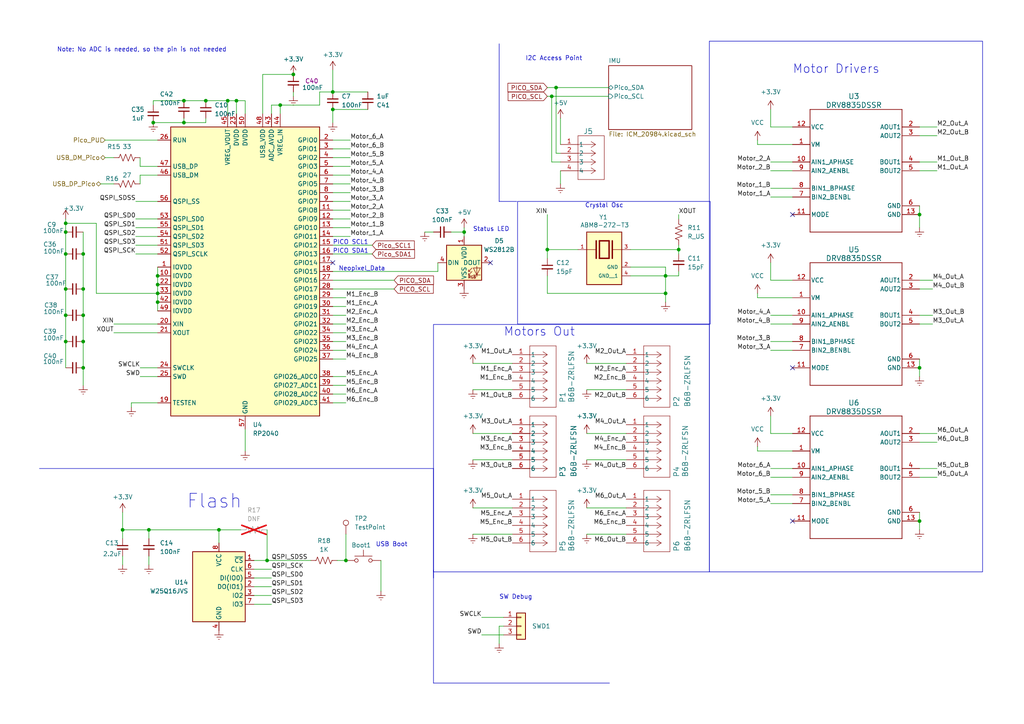
<source format=kicad_sch>
(kicad_sch (version 20231120) (generator "eeschema") (generator_version "8.0")
  (paper "A4")
  (lib_symbols
    (symbol "ABMG8_12:ABM8G-12.000MHZ-4Y-T3" (pin_names (offset 1.016))
      (property "Reference" "Y" (at -5.0878 6.3559 0))
      (property "Value" "ABM8G-12.000MHZ-4Y-T3" (at -5.0944 -12.7 0))
      (symbol "ABM8G-12.000MHZ-4Y-T3_0_0"
        (pin passive line (at -7.62 0 0) (length 2.54) (name "~") (number "1"))
        (pin power_in line (at 7.62 -5.08 180) (length 2.54) (name "GND") (number "2"))
        (pin passive line (at 7.62 0 180) (length 2.54) (name "~") (number "3"))
        (pin power_in line (at 7.62 -7.62 180) (length 2.54) (name "GND__1") (number "4"))
      )
    )
    (symbol "Connector:TestPoint" (pin_numbers hide) (pin_names (offset 0.762) hide)
      (property "Reference" "TP" (at 0 6.858 0))
      (property "Value" "TestPoint" (at 0 5.08 0))
      (symbol "TestPoint_1_1"
        (pin passive line (at 0 0 90) (length 2.54) (name "1") (number "1"))
      )
    )
    (symbol "Connector_Generic:Conn_01x03" (pin_names (offset 1.016) hide)
      (property "Reference" "J" (at 0 5.08 0))
      (property "Value" "Conn_01x03" (at 0 -5.08 0))
      (symbol "Conn_01x03_1_1"
        (pin passive line (at -5.08 2.54 0) (length 3.81) (name "Pin_1") (number "1"))
        (pin passive line (at -5.08 0 0) (length 3.81) (name "Pin_2") (number "2"))
        (pin passive line (at -5.08 -2.54 0) (length 3.81) (name "Pin_3") (number "3"))
      )
    )
    (symbol "DRV8835:DRV8835DSSR" (pin_names (offset 0.254))
      (property "Reference" "U6" (at -1.27 21.59 0))
      (property "Value" "DRV8835DSSR" (at -1.27 19.05 0))
      (symbol "DRV8835DSSR_0_1"
        (pin power_in line (at -19.05 7.62 0) (length 5.08) (name "VM") (number "1"))
        (pin input line (at -19.05 2.54 0) (length 5.08) (name "AIN1_APHASE") (number "10"))
        (pin input line (at -19.05 -12.7 0) (length 5.08) (name "MODE") (number "11"))
        (pin power_in line (at -19.05 12.7 0) (length 5.08) (name "VCC") (number "12"))
        (pin power_in line (at 17.78 -12.7 180) (length 5.08) (name "GND") (number "13"))
        (pin output line (at 17.78 12.7 180) (length 5.08) (name "AOUT1") (number "2"))
        (pin output line (at 17.78 10.16 180) (length 5.08) (name "AOUT2") (number "3"))
        (pin output line (at 17.78 2.54 180) (length 5.08) (name "BOUT1") (number "4"))
        (pin output line (at 17.78 0 180) (length 5.08) (name "BOUT2") (number "5"))
        (pin power_in line (at 17.78 -10.16 180) (length 5.08) (name "GND") (number "6"))
        (pin input line (at -19.05 -7.62 0) (length 5.08) (name "BIN2_BENBL") (number "7"))
        (pin input line (at -19.05 -5.08 0) (length 5.08) (name "BIN1_BPHASE") (number "8"))
        (pin input line (at -19.05 0 0) (length 5.08) (name "AIN2_AENBL") (number "9"))
      )
    )
    (symbol "Device:C_Small" (pin_numbers hide) (pin_names (offset 0.254) hide)
      (property "Reference" "C" (at 0.254 1.778 0))
      (property "Value" "C_Small" (at 0.254 -2.032 0))
      (symbol "C_Small_1_1"
        (pin passive line (at 0 2.54 270) (length 2.032) (name "~") (number "1"))
        (pin passive line (at 0 -2.54 90) (length 2.032) (name "~") (number "2"))
      )
    )
    (symbol "Device:R_US" (pin_numbers hide) (pin_names (offset 0))
      (property "Reference" "R" (at 2.54 0 90))
      (property "Value" "R_US" (at -2.54 0 90))
      (symbol "R_US_1_1"
        (pin passive line (at 0 3.81 270) (length 1.27) (name "~") (number "1"))
        (pin passive line (at 0 -3.81 90) (length 1.27) (name "~") (number "2"))
      )
    )
    (symbol "JST-ZH-4Pin:B4B-ZRLFSN" (pin_names (offset 0.254))
      (property "Reference" "J" (at 8.89 6.35 0))
      (property "Value" "B4B-ZRLFSN" (at 0 0 0))
      (symbol "B4B-ZRLFSN_1_1"
        (pin unspecified line (at 0 0 0) (length 5.08) (name "1") (number "1"))
        (pin unspecified line (at 0 -2.54 0) (length 5.08) (name "2") (number "2"))
        (pin unspecified line (at 0 -5.08 0) (length 5.08) (name "3") (number "3"))
        (pin unspecified line (at 0 -7.62 0) (length 5.08) (name "4") (number "4"))
      )
      (symbol "B4B-ZRLFSN_1_2"
        (pin unspecified line (at 0 0 0) (length 5.08) (name "1") (number "1"))
        (pin unspecified line (at 0 -2.54 0) (length 5.08) (name "2") (number "2"))
        (pin unspecified line (at 0 -5.08 0) (length 5.08) (name "3") (number "3"))
        (pin unspecified line (at 0 -7.62 0) (length 5.08) (name "4") (number "4"))
      )
    )
    (symbol "JST-ZH:S6B-ZRLFSN" (pin_names (offset 0.254))
      (property "Reference" "P" (at 8.89 6.35 0))
      (property "Value" "S6B-ZRLFSN" (at 0 0 0))
      (symbol "S6B-ZRLFSN_1_1"
        (pin unspecified line (at 0 0 0) (length 5.08) (name "1") (number "1"))
        (pin unspecified line (at 0 -2.54 0) (length 5.08) (name "2") (number "2"))
        (pin unspecified line (at 0 -5.08 0) (length 5.08) (name "3") (number "3"))
        (pin unspecified line (at 0 -7.62 0) (length 5.08) (name "4") (number "4"))
        (pin unspecified line (at 0 -10.16 0) (length 5.08) (name "5") (number "5"))
        (pin unspecified line (at 0 -12.7 0) (length 5.08) (name "6") (number "6"))
      )
      (symbol "S6B-ZRLFSN_1_2"
        (pin unspecified line (at 0 0 0) (length 5.08) (name "1") (number "1"))
        (pin unspecified line (at 0 -2.54 0) (length 5.08) (name "2") (number "2"))
        (pin unspecified line (at 0 -5.08 0) (length 5.08) (name "3") (number "3"))
        (pin unspecified line (at 0 -7.62 0) (length 5.08) (name "4") (number "4"))
        (pin unspecified line (at 0 -10.16 0) (length 5.08) (name "5") (number "5"))
        (pin unspecified line (at 0 -12.7 0) (length 5.08) (name "6") (number "6"))
      )
    )
    (symbol "LED:WS2812B" (pin_names (offset 0.254))
      (property "Reference" "D" (at 5.08 5.715 0))
      (property "Value" "WS2812B" (at 1.27 -5.715 0))
      (symbol "WS2812B_0_0"
        (text "RGB" (at 2.286 -4.191 0) (effects (font (size 0.762 0.762))))
      )
      (symbol "WS2812B_1_1"
        (pin power_in line (at 0 7.62 270) (length 2.54) (name "VDD") (number "1"))
        (pin output line (at 7.62 0 180) (length 2.54) (name "DOUT") (number "2"))
        (pin power_in line (at 0 -7.62 90) (length 2.54) (name "VSS") (number "3"))
        (pin input line (at -7.62 0 0) (length 2.54) (name "DIN") (number "4"))
      )
    )
    (symbol "MCU_RaspberryPi:RP2040"
      (property "Reference" "U4" (at 2.1941 -44.45 0))
      (property "Value" "RP2040" (at 2.1941 -46.99 0))
      (symbol "RP2040_1_1"
        (pin power_in line (at -25.4 1.27 0) (length 3.81) (name "IOVDD") (number "1"))
        (pin passive line (at -25.4 -1.27 0) (length 3.81) (name "IOVDD") (number "10"))
        (pin bidirectional line (at 25.4 17.78 180) (length 3.81) (name "GPIO8") (number "11"))
        (pin bidirectional line (at 25.4 15.24 180) (length 3.81) (name "GPIO9") (number "12"))
        (pin bidirectional line (at 25.4 12.7 180) (length 3.81) (name "GPIO10") (number "13"))
        (pin bidirectional line (at 25.4 10.16 180) (length 3.81) (name "GPIO11") (number "14"))
        (pin bidirectional line (at 25.4 7.62 180) (length 3.81) (name "GPIO12") (number "15"))
        (pin bidirectional line (at 25.4 5.08 180) (length 3.81) (name "GPIO13") (number "16"))
        (pin bidirectional line (at 25.4 2.54 180) (length 3.81) (name "GPIO14") (number "17"))
        (pin bidirectional line (at 25.4 0 180) (length 3.81) (name "GPIO15") (number "18"))
        (pin input line (at -25.4 -38.1 0) (length 3.81) (name "TESTEN") (number "19"))
        (pin bidirectional line (at 25.4 38.1 180) (length 3.81) (name "GPIO0") (number "2"))
        (pin input line (at -25.4 -15.24 0) (length 3.81) (name "XIN") (number "20"))
        (pin passive line (at -25.4 -17.78 0) (length 3.81) (name "XOUT") (number "21"))
        (pin passive line (at -25.4 -3.81 0) (length 3.81) (name "IOVDD") (number "22"))
        (pin power_in line (at -2.54 45.72 270) (length 3.81) (name "DVDD") (number "23"))
        (pin input line (at -25.4 -27.94 0) (length 3.81) (name "SWCLK") (number "24"))
        (pin bidirectional line (at -25.4 -30.48 0) (length 3.81) (name "SWD") (number "25"))
        (pin input line (at -25.4 38.1 0) (length 3.81) (name "RUN") (number "26"))
        (pin bidirectional line (at 25.4 -2.54 180) (length 3.81) (name "GPIO16") (number "27"))
        (pin bidirectional line (at 25.4 -5.08 180) (length 3.81) (name "GPIO17") (number "28"))
        (pin bidirectional line (at 25.4 -7.62 180) (length 3.81) (name "GPIO18") (number "29"))
        (pin bidirectional line (at 25.4 35.56 180) (length 3.81) (name "GPIO1") (number "3"))
        (pin bidirectional line (at 25.4 -10.16 180) (length 3.81) (name "GPIO19") (number "30"))
        (pin bidirectional line (at 25.4 -12.7 180) (length 3.81) (name "GPIO20") (number "31"))
        (pin bidirectional line (at 25.4 -15.24 180) (length 3.81) (name "GPIO21") (number "32"))
        (pin passive line (at -25.4 -6.35 0) (length 3.81) (name "IOVDD") (number "33"))
        (pin bidirectional line (at 25.4 -17.78 180) (length 3.81) (name "GPIO22") (number "34"))
        (pin bidirectional line (at 25.4 -20.32 180) (length 3.81) (name "GPIO23") (number "35"))
        (pin bidirectional line (at 25.4 -22.86 180) (length 3.81) (name "GPIO24") (number "36"))
        (pin bidirectional line (at 25.4 -25.4 180) (length 3.81) (name "GPIO25") (number "37"))
        (pin bidirectional line (at 25.4 -30.48 180) (length 3.81) (name "GPIO26_ADC0") (number "38"))
        (pin bidirectional line (at 25.4 -33.02 180) (length 3.81) (name "GPIO27_ADC1") (number "39"))
        (pin bidirectional line (at 25.4 33.02 180) (length 3.81) (name "GPIO2") (number "4"))
        (pin bidirectional line (at 25.4 -35.56 180) (length 3.81) (name "GPIO28_ADC2") (number "40"))
        (pin bidirectional line (at 25.4 -38.1 180) (length 3.81) (name "GPIO29_ADC3") (number "41"))
        (pin passive line (at -25.4 -8.89 0) (length 3.81) (name "IOVDD") (number "42"))
        (pin power_in line (at 7.62 45.72 270) (length 3.81) (name "ADC_AVDD") (number "43"))
        (pin power_in line (at 10.16 45.72 270) (length 3.81) (name "VREG_IN") (number "44"))
        (pin power_out line (at -5.08 45.72 270) (length 3.81) (name "VREG_VOUT") (number "45"))
        (pin bidirectional line (at -25.4 27.94 0) (length 3.81) (name "USB_DM") (number "46"))
        (pin bidirectional line (at -25.4 30.48 0) (length 3.81) (name "USB_DP") (number "47"))
        (pin power_in line (at 5.08 45.72 270) (length 3.81) (name "USB_VDD") (number "48"))
        (pin passive line (at -25.4 -11.43 0) (length 3.81) (name "IOVDD") (number "49"))
        (pin bidirectional line (at 25.4 30.48 180) (length 3.81) (name "GPIO3") (number "5"))
        (pin passive line (at 0 45.72 270) (length 3.81) (name "DVDD") (number "50"))
        (pin bidirectional line (at -25.4 7.62 0) (length 3.81) (name "QSPI_SD3") (number "51"))
        (pin output line (at -25.4 5.08 0) (length 3.81) (name "QSPI_SCLK") (number "52"))
        (pin bidirectional line (at -25.4 15.24 0) (length 3.81) (name "QSPI_SD0") (number "53"))
        (pin bidirectional line (at -25.4 10.16 0) (length 3.81) (name "QSPI_SD2") (number "54"))
        (pin bidirectional line (at -25.4 12.7 0) (length 3.81) (name "QSPI_SD1") (number "55"))
        (pin bidirectional line (at -25.4 20.32 0) (length 3.81) (name "QSPI_SS") (number "56"))
        (pin power_in line (at 0 -45.72 90) (length 3.81) (name "GND") (number "57"))
        (pin bidirectional line (at 25.4 27.94 180) (length 3.81) (name "GPIO4") (number "6"))
        (pin bidirectional line (at 25.4 25.4 180) (length 3.81) (name "GPIO5") (number "7"))
        (pin bidirectional line (at 25.4 22.86 180) (length 3.81) (name "GPIO6") (number "8"))
        (pin bidirectional line (at 25.4 20.32 180) (length 3.81) (name "GPIO7") (number "9"))
      )
    )
    (symbol "Memory_Flash:W25Q128JVS"
      (property "Reference" "U" (at -8.89 8.89 0))
      (property "Value" "W25Q128JVS" (at 7.62 8.89 0))
      (symbol "W25Q128JVS_1_1"
        (pin input line (at -10.16 7.62 0) (length 2.54) (name "~{CS}") (number "1"))
        (pin bidirectional line (at -10.16 0 0) (length 2.54) (name "DO(IO1)") (number "2"))
        (pin bidirectional line (at -10.16 -2.54 0) (length 2.54) (name "IO2") (number "3"))
        (pin power_in line (at 0 -12.7 90) (length 2.54) (name "GND") (number "4"))
        (pin bidirectional line (at -10.16 2.54 0) (length 2.54) (name "DI(IO0)") (number "5"))
        (pin input line (at -10.16 5.08 0) (length 2.54) (name "CLK") (number "6"))
        (pin bidirectional line (at -10.16 -5.08 0) (length 2.54) (name "IO3") (number "7"))
        (pin power_in line (at 0 12.7 270) (length 2.54) (name "VCC") (number "8"))
      )
    )
    (symbol "Switch:SW_Push" (pin_numbers hide) (pin_names (offset 1.016) hide)
      (property "Reference" "SW" (at 1.27 2.54 0))
      (property "Value" "SW_Push" (at 0 -1.524 0))
      (symbol "SW_Push_0_1"
        (pin passive line (at -5.08 0 0) (length 2.54) (name "1") (number "1"))
        (pin passive line (at 5.08 0 180) (length 2.54) (name "2") (number "2"))
      )
    )
    (symbol "power:+3.3V" (power) (pin_names (offset 0))
      (property "Value" "+3.3V" (at 0 3.556 0))
      (symbol "+3.3V_1_1"
        (pin power_in line (at 0 0 90) (length 0) hide (name "+3.3V") (number "1"))
      )
    )
    (symbol "power:+5V" (power) (pin_names (offset 0))
      (property "Value" "+5V" (at 0 3.556 0))
      (symbol "+5V_1_1"
        (pin power_in line (at 0 0 90) (length 0) hide (name "+5V") (number "1"))
      )
    )
    (symbol "power:Earth" (power) (pin_names (offset 0))
      (symbol "Earth_1_1"
        (pin power_in line (at 0 0 270) (length 0) hide (name "Earth") (number "1"))
      )
    )
    (symbol "power:VCC" (power) (pin_names (offset 0))
      (property "Value" "VCC" (at 0 3.81 0))
      (symbol "VCC_1_1"
        (pin power_in line (at 0 0 90) (length 0) hide (name "VCC") (number "1"))
      )
    )
  )
  (junction (at 63.5 153.67))
  (junction (at 19.05 64.77))
  (junction (at 266.7 106.68))
  (junction (at 161.29 25.4))
  (junction (at 59.69 29.21))
  (junction (at 24.13 73.66))
  (junction (at 45.72 87.63))
  (junction (at 19.05 99.06))
  (junction (at 266.7 151.13))
  (junction (at 44.45 35.56))
  (junction (at 158.75 72.39))
  (junction (at 24.13 91.44))
  (junction (at 19.05 67.31))
  (junction (at 24.13 83.82))
  (junction (at 53.34 35.56))
  (junction (at 45.72 82.55))
  (junction (at 196.85 72.39))
  (junction (at 24.13 99.06))
  (junction (at 35.56 153.67))
  (junction (at 193.04 80.01))
  (junction (at 68.58 29.21))
  (junction (at 19.05 91.44))
  (junction (at 53.34 29.21))
  (junction (at 66.04 29.21))
  (junction (at 160.02 27.94))
  (junction (at 96.52 31.75))
  (junction (at 134.62 67.31))
  (junction (at 77.47 162.56))
  (junction (at 193.04 85.09))
  (junction (at 24.13 106.68))
  (junction (at 266.7 62.23))
  (junction (at 43.18 153.67))
  (junction (at 45.72 80.01))
  (junction (at 19.05 73.66))
  (junction (at 45.72 85.09))
  (junction (at 100.33 162.56))
  (junction (at 81.28 30.48))
  (junction (at 85.09 21.59))
  (junction (at 19.05 83.82))
  (junction (at 96.52 26.67))
  (no_connect (at 96.52 76.2))
  (no_connect (at 229.87 62.23))
  (no_connect (at 142.24 76.2))
  (no_connect (at 229.87 151.13))
  (no_connect (at 229.87 106.68))
  (wire (pts (xy 139.7 184.15) (xy 146.05 184.15)))
  (wire (pts (xy 24.13 67.31) (xy 24.13 73.66)))
  (wire (pts (xy 219.71 85.09) (xy 219.71 86.36)))
  (wire (pts (xy 219.71 41.91) (xy 229.87 41.91)))
  (wire (pts (xy 24.13 73.66) (xy 24.13 83.82)))
  (wire (pts (xy 40.64 45.72) (xy 40.64 48.26)))
  (wire (pts (xy 100.33 88.9) (xy 96.52 88.9)))
  (wire (pts (xy 170.18 113.03) (xy 181.61 113.03)))
  (wire (pts (xy 68.58 29.21) (xy 71.12 29.21)))
  (wire (pts (xy 100.33 91.44) (xy 96.52 91.44)))
  (wire (pts (xy 223.52 36.83) (xy 229.87 36.83)))
  (wire (pts (xy 59.69 34.29) (xy 59.69 35.56)))
  (wire (pts (xy 97.79 162.56) (xy 100.33 162.56)))
  (wire (pts (xy 158.75 27.94) (xy 160.02 27.94)))
  (polyline (pts (xy 144.78 58.42) (xy 144.78 58.42)))
  (wire (pts (xy 45.72 85.09) (xy 45.72 87.63)))
  (wire (pts (xy 71.12 29.21) (xy 71.12 33.02)))
  (wire (pts (xy 40.64 53.34) (xy 40.64 50.8)))
  (wire (pts (xy 219.71 129.54) (xy 219.71 130.81)))
  (wire (pts (xy 223.52 143.51) (xy 229.87 143.51)))
  (wire (pts (xy 123.19 67.31) (xy 125.73 67.31)))
  (wire (pts (xy 100.33 154.94) (xy 100.33 162.56)))
  (wire (pts (xy 96.52 63.5) (xy 101.6 63.5)))
  (wire (pts (xy 193.04 80.01) (xy 193.04 85.09)))
  (wire (pts (xy 219.71 86.36) (xy 229.87 86.36)))
  (wire (pts (xy 100.33 101.6) (xy 96.52 101.6)))
  (wire (pts (xy 66.04 29.21) (xy 66.04 33.02)))
  (wire (pts (xy 223.52 81.28) (xy 229.87 81.28)))
  (wire (pts (xy 137.16 133.35) (xy 148.59 133.35)))
  (wire (pts (xy 68.58 29.21) (xy 68.58 33.02)))
  (wire (pts (xy 30.48 40.64) (xy 45.72 40.64)))
  (wire (pts (xy 182.88 77.47) (xy 193.04 77.47)))
  (wire (pts (xy 96.52 31.75) (xy 96.52 35.56)))
  (wire (pts (xy 134.62 66.04) (xy 134.62 67.31)))
  (wire (pts (xy 78.74 170.18) (xy 73.66 170.18)))
  (wire (pts (xy 100.33 116.84) (xy 96.52 116.84)))
  (wire (pts (xy 45.72 87.63) (xy 45.72 90.17)))
  (wire (pts (xy 219.71 40.64) (xy 219.71 41.91)))
  (polyline (pts (xy 125.73 198.12) (xy 176.784 198.12)))
  (wire (pts (xy 96.52 71.12) (xy 107.95 71.12)))
  (wire (pts (xy 266.7 106.68) (xy 266.7 109.22)))
  (wire (pts (xy 100.33 96.52) (xy 96.52 96.52)))
  (wire (pts (xy 35.56 153.67) (xy 43.18 153.67)))
  (wire (pts (xy 160.02 27.94) (xy 160.02 46.99)))
  (wire (pts (xy 33.02 53.34) (xy 29.21 53.34)))
  (wire (pts (xy 266.7 148.59) (xy 266.7 151.13)))
  (wire (pts (xy 170.18 147.32) (xy 181.61 147.32)))
  (wire (pts (xy 81.28 30.48) (xy 92.71 30.48)))
  (wire (pts (xy 96.52 58.42) (xy 101.6 58.42)))
  (wire (pts (xy 39.37 71.12) (xy 45.72 71.12)))
  (wire (pts (xy 19.05 73.66) (xy 19.05 83.82)))
  (wire (pts (xy 40.64 106.68) (xy 45.72 106.68)))
  (wire (pts (xy 96.52 68.58) (xy 101.6 68.58)))
  (wire (pts (xy 96.52 66.04) (xy 101.6 66.04)))
  (wire (pts (xy 223.52 93.98) (xy 229.87 93.98)))
  (wire (pts (xy 219.71 130.81) (xy 229.87 130.81)))
  (wire (pts (xy 96.52 40.64) (xy 101.6 40.64)))
  (wire (pts (xy 33.02 96.52) (xy 45.72 96.52)))
  (wire (pts (xy 266.7 104.14) (xy 266.7 106.68)))
  (wire (pts (xy 271.78 46.99) (xy 266.7 46.99)))
  (wire (pts (xy 39.37 58.42) (xy 45.72 58.42)))
  (wire (pts (xy 158.75 85.09) (xy 193.04 85.09)))
  (wire (pts (xy 223.52 54.61) (xy 229.87 54.61)))
  (wire (pts (xy 24.13 83.82) (xy 24.13 91.44)))
  (polyline (pts (xy 149.86 58.42) (xy 144.78 58.42)))
  (wire (pts (xy 139.7 179.07) (xy 146.05 179.07)))
  (polyline (pts (xy 11.43 135.89) (xy 125.73 135.89)))
  (polyline (pts (xy 125.73 135.89) (xy 125.73 167.64)))
  (wire (pts (xy 40.64 50.8) (xy 45.72 50.8)))
  (wire (pts (xy 44.45 35.56) (xy 53.34 35.56)))
  (wire (pts (xy 223.52 31.75) (xy 223.52 36.83)))
  (wire (pts (xy 24.13 99.06) (xy 24.13 106.68)))
  (wire (pts (xy 196.85 80.01) (xy 193.04 80.01)))
  (wire (pts (xy 266.7 151.13) (xy 266.7 153.67)))
  (wire (pts (xy 196.85 71.12) (xy 196.85 72.39)))
  (wire (pts (xy 71.12 124.46) (xy 71.12 130.81)))
  (wire (pts (xy 77.47 162.56) (xy 90.17 162.56)))
  (wire (pts (xy 223.52 125.73) (xy 229.87 125.73)))
  (wire (pts (xy 40.64 109.22) (xy 45.72 109.22)))
  (wire (pts (xy 39.37 66.04) (xy 45.72 66.04)))
  (wire (pts (xy 77.47 153.67) (xy 77.47 162.56)))
  (wire (pts (xy 158.75 25.4) (xy 161.29 25.4)))
  (wire (pts (xy 223.52 101.6) (xy 229.87 101.6)))
  (wire (pts (xy 39.37 63.5) (xy 45.72 63.5)))
  (wire (pts (xy 81.28 33.02) (xy 81.28 30.48)))
  (wire (pts (xy 271.78 49.53) (xy 266.7 49.53)))
  (wire (pts (xy 160.02 27.94) (xy 176.53 27.94)))
  (wire (pts (xy 266.7 128.27) (xy 271.78 128.27)))
  (wire (pts (xy 137.16 113.03) (xy 148.59 113.03)))
  (wire (pts (xy 53.34 34.29) (xy 53.34 35.56)))
  (wire (pts (xy 271.78 36.83) (xy 266.7 36.83)))
  (wire (pts (xy 170.18 133.35) (xy 181.61 133.35)))
  (wire (pts (xy 45.72 82.55) (xy 45.72 80.01)))
  (wire (pts (xy 19.05 64.77) (xy 27.94 64.77)))
  (wire (pts (xy 266.7 138.43) (xy 271.78 138.43)))
  (wire (pts (xy 223.52 138.43) (xy 229.87 138.43)))
  (wire (pts (xy 45.72 80.01) (xy 45.72 77.47)))
  (wire (pts (xy 73.66 167.64) (xy 78.74 167.64)))
  (wire (pts (xy 19.05 67.31) (xy 19.05 73.66)))
  (wire (pts (xy 63.5 153.67) (xy 69.85 153.67)))
  (wire (pts (xy 96.52 73.66) (xy 107.95 73.66)))
  (wire (pts (xy 19.05 83.82) (xy 19.05 91.44)))
  (wire (pts (xy 144.78 181.61) (xy 144.78 186.69)))
  (wire (pts (xy 53.34 35.56) (xy 59.69 35.56)))
  (wire (pts (xy 158.75 72.39) (xy 167.64 72.39)))
  (wire (pts (xy 266.7 135.89) (xy 271.78 135.89)))
  (wire (pts (xy 24.13 106.68) (xy 24.13 111.76)))
  (wire (pts (xy 78.74 33.02) (xy 78.74 30.48)))
  (wire (pts (xy 160.02 46.99) (xy 162.56 46.99)))
  (wire (pts (xy 162.56 34.29) (xy 162.56 41.91)))
  (wire (pts (xy 196.85 78.74) (xy 196.85 80.01)))
  (wire (pts (xy 223.52 46.99) (xy 229.87 46.99)))
  (wire (pts (xy 96.52 53.34) (xy 101.6 53.34)))
  (wire (pts (xy 38.1 116.84) (xy 38.1 118.11)))
  (wire (pts (xy 170.18 154.94) (xy 181.61 154.94)))
  (wire (pts (xy 59.69 29.21) (xy 66.04 29.21)))
  (wire (pts (xy 96.52 45.72) (xy 101.6 45.72)))
  (wire (pts (xy 271.78 39.37) (xy 266.7 39.37)))
  (wire (pts (xy 44.45 29.21) (xy 53.34 29.21)))
  (wire (pts (xy 100.33 111.76) (xy 96.52 111.76)))
  (wire (pts (xy 223.52 57.15) (xy 229.87 57.15)))
  (wire (pts (xy 223.52 99.06) (xy 229.87 99.06)))
  (wire (pts (xy 270.51 93.98) (xy 266.7 93.98)))
  (wire (pts (xy 270.51 91.44) (xy 266.7 91.44)))
  (wire (pts (xy 170.18 105.41) (xy 181.61 105.41)))
  (wire (pts (xy 100.33 99.06) (xy 96.52 99.06)))
  (wire (pts (xy 170.18 125.73) (xy 181.61 125.73)))
  (wire (pts (xy 223.52 76.2) (xy 223.52 81.28)))
  (wire (pts (xy 96.52 26.67) (xy 106.68 26.67)))
  (wire (pts (xy 182.88 72.39) (xy 196.85 72.39)))
  (wire (pts (xy 223.52 120.65) (xy 223.52 125.73)))
  (wire (pts (xy 137.16 147.32) (xy 148.59 147.32)))
  (wire (pts (xy 43.18 163.83) (xy 43.18 161.29)))
  (wire (pts (xy 196.85 62.23) (xy 196.85 63.5)))
  (wire (pts (xy 35.56 161.29) (xy 35.56 163.83)))
  (wire (pts (xy 100.33 114.3) (xy 96.52 114.3)))
  (wire (pts (xy 45.72 82.55) (xy 45.72 85.09)))
  (wire (pts (xy 96.52 48.26) (xy 101.6 48.26)))
  (wire (pts (xy 53.34 29.21) (xy 59.69 29.21)))
  (wire (pts (xy 266.7 62.23) (xy 266.7 66.04)))
  (wire (pts (xy 96.52 20.32) (xy 96.52 26.67)))
  (wire (pts (xy 100.33 93.98) (xy 96.52 93.98)))
  (wire (pts (xy 96.52 55.88) (xy 101.6 55.88)))
  (wire (pts (xy 127 78.74) (xy 127 76.2)))
  (wire (pts (xy 110.49 162.56) (xy 110.49 171.45)))
  (wire (pts (xy 223.52 49.53) (xy 229.87 49.53)))
  (wire (pts (xy 63.5 153.67) (xy 63.5 157.48)))
  (wire (pts (xy 40.64 48.26) (xy 45.72 48.26)))
  (wire (pts (xy 33.02 93.98) (xy 45.72 93.98)))
  (wire (pts (xy 196.85 73.66) (xy 196.85 72.39)))
  (wire (pts (xy 114.3 81.28) (xy 96.52 81.28)))
  (wire (pts (xy 39.37 68.58) (xy 45.72 68.58)))
  (wire (pts (xy 134.62 67.31) (xy 134.62 68.58)))
  (wire (pts (xy 45.72 116.84) (xy 38.1 116.84)))
  (wire (pts (xy 92.71 30.48) (xy 92.71 26.67)))
  (wire (pts (xy 78.74 165.1) (xy 73.66 165.1)))
  (wire (pts (xy 96.52 78.74) (xy 127 78.74)))
  (wire (pts (xy 73.66 175.26) (xy 78.74 175.26)))
  (wire (pts (xy 101.6 43.18) (xy 96.52 43.18)))
  (wire (pts (xy 78.74 30.48) (xy 81.28 30.48)))
  (wire (pts (xy 30.48 45.72) (xy 33.02 45.72)))
  (wire (pts (xy 73.66 172.72) (xy 78.74 172.72)))
  (wire (pts (xy 137.16 105.41) (xy 148.59 105.41)))
  (wire (pts (xy 270.51 81.28) (xy 266.7 81.28)))
  (polyline (pts (xy 144.78 12.7) (xy 144.78 58.42)))
  (wire (pts (xy 161.29 25.4) (xy 161.29 44.45)))
  (wire (pts (xy 24.13 91.44) (xy 24.13 99.06)))
  (wire (pts (xy 43.18 153.67) (xy 43.18 156.21)))
  (wire (pts (xy 92.71 26.67) (xy 96.52 26.67)))
  (wire (pts (xy 76.2 21.59) (xy 76.2 33.02)))
  (wire (pts (xy 266.7 125.73) (xy 271.78 125.73)))
  (wire (pts (xy 19.05 64.77) (xy 19.05 67.31)))
  (wire (pts (xy 39.37 73.66) (xy 45.72 73.66)))
  (wire (pts (xy 85.09 21.59) (xy 76.2 21.59)))
  (wire (pts (xy 27.94 85.09) (xy 45.72 85.09)))
  (wire (pts (xy 100.33 86.36) (xy 96.52 86.36)))
  (wire (pts (xy 27.94 64.77) (xy 27.94 85.09)))
  (wire (pts (xy 158.75 62.23) (xy 158.75 72.39)))
  (wire (pts (xy 19.05 99.06) (xy 19.05 106.68)))
  (wire (pts (xy 158.75 74.93) (xy 158.75 72.39)))
  (wire (pts (xy 158.75 80.01) (xy 158.75 85.09)))
  (wire (pts (xy 137.16 125.73) (xy 148.59 125.73)))
  (wire (pts (xy 19.05 63.5) (xy 19.05 64.77)))
  (wire (pts (xy 35.56 156.21) (xy 35.56 153.67)))
  (wire (pts (xy 270.51 83.82) (xy 266.7 83.82)))
  (wire (pts (xy 193.04 85.09) (xy 193.04 87.63)))
  (wire (pts (xy 266.7 59.69) (xy 266.7 62.23)))
  (wire (pts (xy 19.05 91.44) (xy 19.05 99.06)))
  (wire (pts (xy 223.52 91.44) (xy 229.87 91.44)))
  (wire (pts (xy 100.33 104.14) (xy 96.52 104.14)))
  (wire (pts (xy 96.52 60.96) (xy 101.6 60.96)))
  (wire (pts (xy 35.56 148.59) (xy 35.56 153.67)))
  (wire (pts (xy 161.29 25.4) (xy 176.53 25.4)))
  (wire (pts (xy 130.81 67.31) (xy 134.62 67.31)))
  (wire (pts (xy 44.45 29.21) (xy 44.45 30.48)))
  (polyline (pts (xy 125.73 198.12) (xy 125.73 165.354)))
  (wire (pts (xy 161.29 44.45) (xy 162.56 44.45)))
  (wire (pts (xy 114.3 83.82) (xy 96.52 83.82)))
  (wire (pts (xy 66.04 29.21) (xy 68.58 29.21)))
  (wire (pts (xy 223.52 135.89) (xy 229.87 135.89)))
  (wire (pts (xy 73.66 162.56) (xy 77.47 162.56)))
  (wire (pts (xy 100.33 109.22) (xy 96.52 109.22)))
  (wire (pts (xy 193.04 77.47) (xy 193.04 80.01)))
  (wire (pts (xy 162.56 53.34) (xy 162.56 49.53)))
  (wire (pts (xy 43.18 153.67) (xy 63.5 153.67)))
  (wire (pts (xy 223.52 146.05) (xy 229.87 146.05)))
  (wire (pts (xy 85.09 26.67) (xy 85.09 27.94)))
  (wire (pts (xy 182.88 80.01) (xy 193.04 80.01)))
  (wire (pts (xy 96.52 50.8) (xy 101.6 50.8)))
  (wire (pts (xy 137.16 154.94) (xy 148.59 154.94)))
  (wire (pts (xy 146.05 181.61) (xy 144.78 181.61)))
  (wire (pts (xy 106.68 31.75) (xy 96.52 31.75)))
  (rectangle (start 205.74 11.938) (end 284.988 165.862))
  (rectangle (start 125.73 94.107) (end 205.74 165.862))
  (rectangle (start 150.114 58.42) (end 205.994 93.98))
  (text "Motors Out" (at 146.05 97.79 0) (effects (font (size 2.5 2.5)) (justify left bottom)))
  (text "PICO SCL1" (at 96.52 71.12 0) (effects (font (size 1.27 1.27)) (justify left bottom)))
  (text "Status LED" (at 137.16 67.31 0) (effects (font (size 1.27 1.27)) (justify left bottom)))
  (text "Neopixel_Data" (at 111.76 78.74 0) (effects (font (size 1.27 1.27)) (justify right bottom)))
  (text "Flash" (at 54.102 147.828 0) (effects (font (size 4 4)) (justify left bottom)))
  (text "Motor Drivers" (at 229.87 21.59 0) (effects (font (size 2.5 2.5)) (justify left bottom)))
  (text "Note: No ADC is needed, so the pin is not needed" (at 16.51 15.24 0) (effects (font (size 1.27 1.27)) (justify left bottom)))
  (text "SW Debug" (at 144.78 173.99 0) (effects (font (size 1.27 1.27)) (justify left bottom)))
  (text "PICO SDA1\n" (at 96.52 73.66 0) (effects (font (size 1.27 1.27)) (justify left bottom)))
  (text "I2C Access Point" (at 152.4 17.78 0) (effects (font (size 1.27 1.27)) (justify left bottom)))
  (text "Crystal Osc" (at 175.26 59.69 0) (effects (font (size 1.27 1.27))))
  (text "USB Boot\n" (at 108.966 158.75 0) (effects (font (size 1.27 1.27)) (justify left bottom)))
  (label "M5_Out_B" (at 148.59 157.48 180))
  (label "M1_Enc_A" (at 100.33 88.9 0) (property "Netclass" "Encoder" (effects (hide yes))))
  (label "Motor_1_B" (at 101.6 66.04 0))
  (label "M5_Enc_B" (at 100.33 111.76 0))
  (label "M1_Out_B" (at 148.59 115.57 180))
  (label "M2_Out_B" (at 181.61 115.57 180))
  (label "Motor_3_B" (at 101.6 55.88 0))
  (label "M4_Out_A" (at 181.61 123.19 180))
  (label "Motor_5_B" (at 101.6 45.72 0))
  (label "M3_Out_B" (at 270.51 91.44 0))
  (label "QSPI_SD0" (at 39.37 63.5 180))
  (label "Motor_3_B" (at 223.52 99.06 180))
  (label "M6_Out_B" (at 181.61 157.48 180))
  (label "M5_Enc_B" (at 148.59 152.4 180))
  (label "M3_Out_B" (at 148.59 135.89 180))
  (label "Motor_4_B" (at 101.6 53.34 0))
  (label "M6_Enc_A" (at 181.61 149.86 180))
  (label "XOUT" (at 196.85 62.23 0))
  (label "QSPI_SD0" (at 78.74 167.64 0))
  (label "M2_Out_B" (at 271.78 39.37 0))
  (label "M4_Enc_B" (at 100.33 104.14 0))
  (label "SWCLK" (at 139.7 179.07 180))
  (label "M1_Enc_A" (at 148.59 107.95 180))
  (label "M1_Out_A" (at 271.78 49.53 0))
  (label "M6_Out_B" (at 271.78 128.27 0))
  (label "Motor_3_A" (at 101.6 58.42 0))
  (label "M3_Out_A" (at 148.59 123.19 180))
  (label "Motor_2_B" (at 101.6 63.5 0))
  (label "M5_Enc_A" (at 148.59 149.86 180))
  (label "M3_Enc_A" (at 148.59 128.27 180))
  (label "M6_Out_A" (at 181.61 144.78 180))
  (label "SWD" (at 40.64 109.22 180))
  (label "M3_Enc_B" (at 148.59 130.81 180))
  (label "Motor_5_A" (at 101.6 48.26 0))
  (label "M5_Out_B" (at 271.78 135.89 0))
  (label "QSPI_SDSS" (at 78.74 162.56 0))
  (label "M5_Out_A" (at 148.59 144.78 180))
  (label "M3_Out_A" (at 270.51 93.98 0))
  (label "Motor_6_A" (at 101.6 40.64 0))
  (label "Motor_2_A" (at 223.52 46.99 180))
  (label "M5_Out_A" (at 271.78 138.43 0))
  (label "QSPI_SD3" (at 78.74 175.26 0))
  (label "M6_Out_A" (at 271.78 125.73 0))
  (label "M5_Enc_A" (at 100.33 109.22 0))
  (label "M4_Out_A" (at 270.51 81.28 0))
  (label "M2_Enc_A" (at 100.33 91.44 0))
  (label "M1_Out_A" (at 148.59 102.87 180))
  (label "Motor_5_A" (at 223.52 146.05 180))
  (label "M2_Out_A" (at 181.61 102.87 180))
  (label "M4_Out_B" (at 270.51 83.82 0))
  (label "QSPI_SD3" (at 39.37 71.12 180))
  (label "M2_Enc_B" (at 181.61 110.49 180))
  (label "XOUT" (at 33.02 96.52 180))
  (label "M1_Enc_B" (at 100.33 86.36 0) (property "Netclass" "Encoder" (effects (hide yes))))
  (label "M1_Enc_B" (at 148.59 110.49 180))
  (label "XIN" (at 33.02 93.98 180))
  (label "Motor_6_A" (at 223.52 135.89 180))
  (label "M3_Enc_B" (at 100.33 99.06 0))
  (label "M3_Enc_A" (at 100.33 96.52 0))
  (label "M2_Out_A" (at 271.78 36.83 0))
  (label "M2_Enc_A" (at 181.61 107.95 180))
  (label "XIN" (at 158.75 62.23 180))
  (label "Motor_6_B" (at 223.52 138.43 180))
  (label "QSPI_SDSS" (at 39.37 58.42 180))
  (label "QSPI_SCK" (at 39.37 73.66 180))
  (label "M6_Enc_B" (at 100.33 116.84 0))
  (label "QSPI_SD1" (at 78.74 170.18 0))
  (label "Motor_3_A" (at 223.52 101.6 180))
  (label "M4_Enc_A" (at 181.61 128.27 180))
  (label "M6_Enc_B" (at 181.61 152.4 180))
  (label "QSPI_SD2" (at 78.74 172.72 0))
  (label "Motor_6_B" (at 101.6 43.18 0))
  (label "Motor_5_B" (at 223.52 143.51 180))
  (label "SWD" (at 139.7 184.15 180))
  (label "M4_Enc_A" (at 100.33 101.6 0))
  (label "Motor_4_A" (at 223.52 91.44 180))
  (label "Motor_1_A" (at 101.6 68.58 0))
  (label "M4_Enc_B" (at 181.61 130.81 180))
  (label "QSPI_SCK" (at 78.74 165.1 0))
  (label "Motor_2_A" (at 101.6 60.96 0))
  (label "QSPI_SD2" (at 39.37 68.58 180))
  (label "Motor_4_A" (at 101.6 50.8 0))
  (label "M6_Enc_A" (at 100.33 114.3 0))
  (label "M4_Out_B" (at 181.61 135.89 180))
  (label "QSPI_SD1" (at 39.37 66.04 180))
  (label "Motor_2_B" (at 223.52 49.53 180))
  (label "Motor_4_B" (at 223.52 93.98 180))
  (label "Motor_1_A" (at 223.52 57.15 180))
  (label "M2_Enc_B" (at 100.33 93.98 0))
  (label "SWCLK" (at 40.64 106.68 180))
  (label "Motor_1_B" (at 223.52 54.61 180))
  (label "M1_Out_B" (at 271.78 46.99 0))
  (global_label "Pico_SCL1" (shape input) (at 107.95 71.12 0) (property "Intersheetrefs" "${INTERSHEET_REFS}" (effects (hide yes))))
  (global_label "PICO_SDA" (shape input) (at 158.75 25.4 180) (property "Intersheetrefs" "${INTERSHEET_REFS}" (effects (hide yes))))
  (global_label "PICO_SDA" (shape input) (at 114.3 81.28 0) (property "Intersheetrefs" "${INTERSHEET_REFS}" (effects (hide yes))))
  (global_label "Pico_SDA1" (shape input) (at 107.95 73.66 0) (property "Intersheetrefs" "${INTERSHEET_REFS}" (effects (hide yes))))
  (global_label "PICO_SCL" (shape input) (at 158.75 27.94 180) (property "Intersheetrefs" "${INTERSHEET_REFS}" (effects (hide yes))))
  (global_label "PICO_SCL" (shape input) (at 114.3 83.82 0) (property "Intersheetrefs" "${INTERSHEET_REFS}" (effects (hide yes))))
  (hierarchical_label "Pico_PU" (shape input) (at 30.48 40.64 180))
  (hierarchical_label "USB_DM_Pico" (shape bidirectional) (at 30.48 45.72 180))
  (hierarchical_label "USB_DP_Pico" (shape bidirectional) (at 29.21 53.34 180))
  (symbol (lib_id "JST-ZH:S6B-ZRLFSN") (at 148.59 144.78 0) (unit 1)
    (property "Reference" "P5" (at 163.195 160.02 90) (effects (font (size 1.524 1.524)) (justify left)))
    (property "Value" "B6B-ZRLFSN" (at 165.735 160.02 90) (effects (font (size 1.524 1.524)) (justify left)))
    (property "Footprint" "JST-ZR:CONN_B6B-ZR_JST" (effects (hide yes)))
    (property "Datasheet" "S6B-ZRLFSN" (effects (hide yes)))
  )
  (symbol (lib_id "power:Earth") (at 144.78 186.69 0) (unit 1)
    (property "Reference" "#PWR063" (effects (hide yes)))
    (property "Value" "Earth" (effects (hide yes)))
  )
  (symbol (lib_id "Device:R_US") (at 93.98 162.56 90) (unit 1)
    (property "Reference" "R18" (at 93.98 156.845 90))
    (property "Value" "1K" (at 93.98 159.385 90))
    (property "Footprint" "Resistor_SMD:R_0402_1005Metric" (effects (hide yes)))
    (property "LCSC Part #" "C11702" (effects (hide yes)))
  )
  (symbol (lib_id "Device:C_Small") (at 21.59 83.82 270) (unit 1)
    (property "Reference" "C37" (at 15.113 80.391 90))
    (property "Value" "100nF" (at 16.256 82.169 90))
    (property "Footprint" "Capacitor_SMD:C_0402_1005Metric" (effects (hide yes)))
    (property "LCSC Part #" "C1525" (effects (hide yes)))
  )
  (symbol (lib_id "Connector:TestPoint") (at 100.33 154.94 0) (unit 1)
    (property "Reference" "TP2" (at 102.87 150.3679 0) (effects (justify left)))
    (property "Value" "TestPoint" (at 102.87 152.9079 0) (effects (justify left)))
    (property "Footprint" "TestPoint:TestPoint_Pad_D1.5mm" (effects (hide yes)))
    (property "Description" "test point" (effects (hide yes)))
  )
  (symbol (lib_id "power:VCC") (at 219.71 40.64 0) (unit 1)
    (property "Reference" "#PWR032" (effects (hide yes)))
    (property "Value" "VCC" (at 219.71 35.56 0))
  )
  (symbol (lib_id "power:+3.3V") (at 137.16 105.41 0) (unit 1)
    (property "Reference" "#PWR039" (effects (hide yes)))
    (property "Value" "+3.3V" (at 137.16 100.33 0))
  )
  (symbol (lib_id "DRV8835:DRV8835DSSR") (at 248.92 138.43 0) (unit 1)
    (property "Reference" "U6" (at 247.65 116.84 0) (effects (font (size 1.524 1.524))))
    (property "Value" "DRV8835DSSR" (at 247.65 119.38 0) (effects (font (size 1.524 1.524))))
    (property "Footprint" "Package_SON:WSON-12-1EP_3x2mm_P0.5mm_EP1x2.65_ThermalVias" (effects (hide yes)))
    (property "Datasheet" "DRV8835DSSR" (effects (hide yes)))
    (property "LCSC Part #" "C129328" (effects (hide yes)))
    (property "JLCPCB Rotation Offset" "-90" (effects (hide yes)))
  )
  (symbol (lib_id "power:Earth") (at 162.56 53.34 0) (unit 1)
    (property "Reference" "#PWR0117" (effects (hide yes)))
    (property "Value" "Earth" (effects (hide yes)))
  )
  (symbol (lib_id "JST-ZH:S6B-ZRLFSN") (at 148.59 123.19 0) (unit 1)
    (property "Reference" "P3" (at 163.195 138.43 90) (effects (font (size 1.524 1.524)) (justify left)))
    (property "Value" "B6B-ZRLFSN" (at 166.37 138.43 90) (effects (font (size 1.524 1.524)) (justify left)))
    (property "Footprint" "JST-ZR:CONN_B6B-ZR_JST" (effects (hide yes)))
    (property "Datasheet" "S6B-ZRLFSN" (effects (hide yes)))
  )
  (symbol (lib_id "power:Earth") (at 71.12 130.81 0) (unit 1)
    (property "Reference" "#PWR050" (effects (hide yes)))
    (property "Value" "Earth" (effects (hide yes)))
  )
  (symbol (lib_id "JST-ZH:S6B-ZRLFSN") (at 181.61 102.87 0) (unit 1)
    (property "Reference" "P2" (at 196.215 118.11 90) (effects (font (size 1.524 1.524)) (justify left)))
    (property "Value" "B6B-ZRLFSN" (at 199.39 118.11 90) (effects (font (size 1.524 1.524)) (justify left)))
    (property "Footprint" "JST-ZR:CONN_B6B-ZR_JST" (effects (hide yes)))
    (property "Datasheet" "S6B-ZRLFSN" (effects (hide yes)))
  )
  (symbol (lib_id "MCU_RaspberryPi:RP2040") (at 71.12 78.74 0) (unit 1)
    (property "Reference" "U4" (at 73.3141 123.19 0) (effects (justify left)))
    (property "Value" "RP2040" (at 73.3141 125.73 0) (effects (justify left)))
    (property "Footprint" "Package_DFN_QFN:QFN-56-1EP_7x7mm_P0.4mm_EP3.2x3.2mm" (effects (hide yes)))
    (property "Datasheet" "https://datasheets.raspberrypi.com/rp2040/rp2040-datasheet.pdf" (effects (hide yes)))
    (property "LCSC Part #" "C2040" (effects (hide yes)))
  )
  (symbol (lib_id "Device:C_Small") (at 44.45 33.02 0) (mirror y) (unit 1)
    (property "Reference" "C35" (at 41.91 31.7563 0) (effects (justify left)))
    (property "Value" "1uF" (at 41.91 34.2963 0) (effects (justify left)))
    (property "Footprint" "Capacitor_SMD:C_0402_1005Metric" (effects (hide yes)))
    (property "LCSC Part #" "C52923" (effects (hide yes)))
  )
  (symbol (lib_id "power:VCC") (at 219.71 85.09 0) (unit 1)
    (property "Reference" "#PWR037" (effects (hide yes)))
    (property "Value" "VCC" (at 219.71 80.01 0))
  )
  (symbol (lib_id "power:Earth") (at 266.7 153.67 0) (unit 1)
    (property "Reference" "#PWR055" (effects (hide yes)))
    (property "Value" "Earth" (effects (hide yes)))
  )
  (symbol (lib_id "DRV8835:DRV8835DSSR") (at 248.92 49.53 0) (unit 1)
    (property "Reference" "U3" (at 247.65 27.94 0) (effects (font (size 1.524 1.524))))
    (property "Value" "DRV8835DSSR" (at 247.65 30.48 0) (effects (font (size 1.524 1.524))))
    (property "Footprint" "Package_SON:WSON-12-1EP_3x2mm_P0.5mm_EP1x2.65_ThermalVias" (effects (hide yes)))
    (property "Datasheet" "DRV8835DSSR" (effects (hide yes)))
    (property "LCSC Part #" "C129328" (effects (hide yes)))
    (property "JLCPCB Rotation Offset" "-90" (effects (hide yes)))
  )
  (symbol (lib_id "Memory_Flash:W25Q128JVS") (at 63.5 170.18 0) (mirror y) (unit 1)
    (property "Reference" "U14" (at 54.61 168.9099 0) (effects (justify left)))
    (property "Value" "W25Q16JVS" (at 54.61 171.4499 0) (effects (justify left)))
    (property "Footprint" "Package_SO:SOIC-8_5.23x5.23mm_P1.27mm" (effects (hide yes)))
    (property "Datasheet" "https://www.winbond.com/resource-files/w25q16jv%20spi%20revg%2003222018%20plus.pdf" (effects (hide yes)))
    (property "Description" "16Mb Serial Flash Memory, Standard/Dual/Quad SPI, SOIC-8" (effects (hide yes)))
  )
  (symbol (lib_id "power:Earth") (at 170.18 133.35 0) (unit 1)
    (property "Reference" "#PWR052" (effects (hide yes)))
    (property "Value" "Earth" (effects (hide yes)))
  )
  (symbol (lib_id "power:Earth") (at 193.04 87.63 0) (unit 1)
    (property "Reference" "#PWR038" (effects (hide yes)))
    (property "Value" "Earth" (effects (hide yes)))
  )
  (symbol (lib_id "Device:C_Small") (at 43.18 158.75 0) (unit 1)
    (property "Reference" "C14" (at 46.355 157.4863 0) (effects (justify left)))
    (property "Value" "100nF" (at 46.355 160.0263 0) (effects (justify left)))
    (property "Footprint" "Capacitor_SMD:C_0402_1005Metric" (effects (hide yes)))
    (property "LCSC Part #" "C1525" (effects (hide yes)))
  )
  (symbol (lib_id "JST-ZH:S6B-ZRLFSN") (at 181.61 144.78 0) (unit 1)
    (property "Reference" "P6" (at 196.215 160.02 90) (effects (font (size 1.524 1.524)) (justify left)))
    (property "Value" "B6B-ZRLFSN" (at 199.39 160.02 90) (effects (font (size 1.524 1.524)) (justify left)))
    (property "Footprint" "JST-ZR:CONN_B6B-ZR_JST" (effects (hide yes)))
    (property "Datasheet" "S6B-ZRLFSN" (effects (hide yes)))
  )
  (symbol (lib_id "Connector_Generic:Conn_01x03") (at 151.13 181.61 0) (unit 1)
    (property "Reference" "SWD1" (at 154.305 181.61 0) (effects (justify left)))
    (property "Value" "Conn_01x03" (effects (hide yes)))
    (property "Footprint" "Connector_PinHeader_2.54mm:PinHeader_1x03_P2.54mm_Vertical" (effects (hide yes)))
  )
  (symbol (lib_id "Device:R_US") (at 36.83 53.34 270) (mirror x) (unit 1)
    (property "Reference" "R16" (at 32.512 51.816 90))
    (property "Value" "27" (at 36.83 50.8 90))
    (property "Footprint" "Resistor_SMD:R_0402_1005Metric" (effects (hide yes)))
    (property "LCSC Part #" "C25105" (effects (hide yes)))
  )
  (symbol (lib_id "JST-ZH:S6B-ZRLFSN") (at 181.61 123.19 0) (unit 1)
    (property "Reference" "P4" (at 196.215 138.43 90) (effects (font (size 1.524 1.524)) (justify left)))
    (property "Value" "B6B-ZRLFSN" (at 198.755 138.43 90) (effects (font (size 1.524 1.524)) (justify left)))
    (property "Footprint" "JST-ZR:CONN_B6B-ZR_JST" (effects (hide yes)))
    (property "Datasheet" "S6B-ZRLFSN" (effects (hide yes)))
  )
  (symbol (lib_id "power:Earth") (at 266.7 66.04 0) (unit 1)
    (property "Reference" "#PWR034" (effects (hide yes)))
    (property "Value" "Earth" (effects (hide yes)))
  )
  (symbol (lib_id "power:Earth") (at 137.16 113.03 0) (unit 1)
    (property "Reference" "#PWR042" (effects (hide yes)))
    (property "Value" "Earth" (effects (hide yes)))
  )
  (symbol (lib_id "power:Earth") (at 134.62 83.82 0) (unit 1)
    (property "Reference" "#PWR036" (effects (hide yes)))
    (property "Value" "Earth" (effects (hide yes)))
  )
  (symbol (lib_id "Switch:SW_Push") (at 105.41 162.56 0) (unit 1)
    (property "Reference" "Boot1" (at 104.775 158.115 0))
    (property "Value" "SW_Push" (effects (hide yes)))
    (property "Footprint" "Button_Switch_SMD:SW_SPST_PTS810" (effects (hide yes)))
    (property "LCSC Part #" "C116501" (effects (hide yes)))
  )
  (symbol (lib_id "power:Earth") (at 85.09 27.94 0) (unit 1)
    (property "Reference" "#PWR028" (effects (hide yes)))
    (property "Value" "Earth" (effects (hide yes)))
  )
  (symbol (lib_id "Device:C_Small") (at 35.56 158.75 0) (unit 1)
    (property "Reference" "C13" (at 30.48 157.48 0) (effects (justify left)))
    (property "Value" "2.2uF" (at 29.845 160.655 0) (effects (justify left)))
    (property "Footprint" "Capacitor_SMD:C_0402_1005Metric" (effects (hide yes)))
    (property "LCSC Part #" "C12530" (effects (hide yes)))
  )
  (symbol (lib_id "Device:R_US") (at 73.66 153.67 90) (unit 1) (dnp yes)
    (property "Reference" "R17" (at 73.66 147.955 90))
    (property "Value" "DNF" (at 73.66 150.495 90))
    (property "Footprint" "Resistor_SMD:R_0603_1608Metric_Pad0.98x0.95mm_HandSolder" (effects (hide yes)))
  )
  (symbol (lib_id "power:Earth") (at 35.56 163.83 0) (unit 1)
    (property "Reference" "#PWR059" (effects (hide yes)))
    (property "Value" "Earth" (effects (hide yes)))
  )
  (symbol (lib_id "Device:R_US") (at 196.85 67.31 0) (unit 1)
    (property "Reference" "R11" (at 199.39 66.0399 0) (effects (justify left)))
    (property "Value" "R_US" (at 199.39 68.5799 0) (effects (justify left)))
    (property "Footprint" "Resistor_SMD:R_0402_1005Metric" (effects (hide yes)))
    (property "Description" "Resistor, US symbol" (effects (hide yes)))
  )
  (symbol (lib_id "Device:C_Small") (at 21.59 67.31 270) (unit 1)
    (property "Reference" "C9" (at 14.986 65.151 90))
    (property "Value" "100nF" (at 15.494 66.929 90))
    (property "Footprint" "Capacitor_SMD:C_0402_1005Metric" (effects (hide yes)))
    (property "LCSC Part #" "C1525" (effects (hide yes)))
  )
  (symbol (lib_id "JST-ZH-4Pin:B4B-ZRLFSN") (at 162.56 41.91 0) (unit 1)
    (property "Reference" "J5" (at 169.164 38.1 0) (effects (font (size 1.524 1.524)) (justify left)))
    (property "Value" "JST-XH" (effects (hide yes)))
    (property "Footprint" "Connector_JST:JST_XH_B4B-XH-A_1x04_P2.50mm_Vertical" (effects (hide yes)))
  )
  (symbol (lib_id "power:+3.3V") (at 223.52 76.2 0) (unit 1)
    (property "Reference" "#PWR035" (effects (hide yes)))
    (property "Value" "+3.3V" (at 223.52 71.12 0))
  )
  (symbol (lib_id "power:+3.3V") (at 85.09 21.59 0) (unit 1)
    (property "Reference" "#PWR029" (effects (hide yes)))
    (property "Value" "+3.3V" (at 85.09 17.145 0))
  )
  (symbol (lib_id "Device:C_Small") (at 21.59 91.44 270) (unit 1)
    (property "Reference" "C38" (at 14.732 88.519 90))
    (property "Value" "100nF" (at 15.621 90.424 90))
    (property "Footprint" "Capacitor_SMD:C_0402_1005Metric" (effects (hide yes)))
    (property "LCSC Part #" "C1525" (effects (hide yes)))
  )
  (symbol (lib_id "Device:C_Small") (at 96.52 29.21 0) (unit 1)
    (property "Reference" "C7" (at 99.06 27.9463 0) (effects (justify left)))
    (property "Value" "100nF" (at 99.06 30.4863 0) (effects (justify left)))
    (property "Footprint" "Capacitor_SMD:C_0402_1005Metric" (effects (hide yes)))
    (property "LCSC Part #" "C1525" (effects (hide yes)))
  )
  (symbol (lib_id "Device:C_Small") (at 53.34 31.75 0) (unit 1)
    (property "Reference" "C42" (at 46.355 27.305 0) (effects (justify left)))
    (property "Value" "100nF" (at 46.355 29.845 0) (effects (justify left)))
    (property "Footprint" "Capacitor_SMD:C_0402_1005Metric" (effects (hide yes)))
    (property "LCSC Part #" "C1525" (effects (hide yes)))
  )
  (symbol (lib_id "power:+3.3V") (at 170.18 125.73 0) (unit 1)
    (property "Reference" "#PWR048" (effects (hide yes)))
    (property "Value" "+3.3V" (at 170.18 120.65 0))
  )
  (symbol (lib_id "Device:C_Small") (at 106.68 29.21 0) (mirror x) (unit 1)
    (property "Reference" "C41" (at 109.22 30.4737 0) (effects (justify left)))
    (property "Value" "1uF" (at 109.22 27.9337 0) (effects (justify left)))
    (property "Footprint" "Capacitor_SMD:C_0402_1005Metric" (effects (hide yes)))
    (property "LCSC Part #" "C52923" (effects (hide yes)))
  )
  (symbol (lib_id "power:+5V") (at 134.62 66.04 0) (unit 1)
    (property "Reference" "#PWR033" (effects (hide yes)))
    (property "Value" "+5V" (at 134.62 61.595 0))
  )
  (symbol (lib_id "power:+3.3V") (at 19.05 63.5 0) (unit 1)
    (property "Reference" "#PWR026" (effects (hide yes)))
    (property "Value" "+3.3V" (at 21.336 60.452 0))
  )
  (symbol (lib_id "power:+3.3V") (at 170.18 147.32 0) (unit 1)
    (property "Reference" "#PWR054" (effects (hide yes)))
    (property "Value" "+3.3V" (at 170.18 142.24 0))
  )
  (symbol (lib_id "Device:C_Small") (at 59.69 31.75 0) (unit 1)
    (property "Reference" "C10" (at 62.23 30.4863 0) (effects (justify left)))
    (property "Value" "100nF" (at 62.23 33.0263 0) (effects (justify left)))
    (property "Footprint" "Capacitor_SMD:C_0402_1005Metric" (effects (hide yes)))
    (property "LCSC Part #" "C1525" (effects (hide yes)))
  )
  (symbol (lib_id "Device:C_Small") (at 128.27 67.31 90) (unit 1)
    (property "Reference" "C33" (at 128.2763 61.214 90))
    (property "Value" "100nF" (at 128.2763 63.754 90))
    (property "Footprint" "Capacitor_SMD:C_0402_1005Metric" (effects (hide yes)))
    (property "LCSC Part #" "C1525" (effects (hide yes)))
  )
  (symbol (lib_id "power:Earth") (at 123.19 67.31 0) (unit 1)
    (property "Reference" "#PWR0112" (effects (hide yes)))
    (property "Value" "Earth" (effects (hide yes)))
  )
  (symbol (lib_id "power:+3.3V") (at 35.56 148.59 0) (unit 1)
    (property "Reference" "#PWR058" (effects (hide yes)))
    (property "Value" "+3.3V" (at 35.56 144.145 0))
  )
  (symbol (lib_id "LED:WS2812B") (at 134.62 76.2 0) (unit 1)
    (property "Reference" "D5" (at 144.78 69.85 0))
    (property "Value" "WS2812B" (at 144.78 72.39 0))
    (property "Footprint" "LED_SMD:LED_WS2812B_PLCC4_5.0x5.0mm_P3.2mm" (effects (hide yes)))
    (property "Datasheet" "https://cdn-shop.adafruit.com/datasheets/WS2812B.pdf" (effects (hide yes)))
    (property "LCSC Part #" "C114586" (effects (hide yes)))
  )
  (symbol (lib_id "power:Earth") (at 170.18 113.03 0) (unit 1)
    (property "Reference" "#PWR043" (effects (hide yes)))
    (property "Value" "Earth" (effects (hide yes)))
  )
  (symbol (lib_id "power:+3.3V") (at 170.18 105.41 0) (unit 1)
    (property "Reference" "#PWR040" (effects (hide yes)))
    (property "Value" "+3.3V" (at 170.18 100.33 0))
  )
  (symbol (lib_id "power:Earth") (at 137.16 133.35 0) (unit 1)
    (property "Reference" "#PWR051" (effects (hide yes)))
    (property "Value" "Earth" (effects (hide yes)))
  )
  (symbol (lib_id "power:Earth") (at 43.18 163.83 0) (unit 1)
    (property "Reference" "#PWR060" (effects (hide yes)))
    (property "Value" "Earth" (effects (hide yes)))
  )
  (symbol (lib_id "Device:C_Small") (at 21.59 99.06 90) (unit 1)
    (property "Reference" "C39" (at 14.478 96.139 90))
    (property "Value" "100nF" (at 15.494 98.044 90))
    (property "Footprint" "Capacitor_SMD:C_0402_1005Metric" (effects (hide yes)))
    (property "LCSC Part #" "C1525" (effects (hide yes)))
  )
  (symbol (lib_id "power:VCC") (at 219.71 129.54 0) (unit 1)
    (property "Reference" "#PWR049" (effects (hide yes)))
    (property "Value" "VCC" (at 219.71 124.46 0))
  )
  (symbol (lib_id "DRV8835:DRV8835DSSR") (at 248.92 93.98 0) (unit 1)
    (property "Reference" "U5" (at 247.65 72.39 0) (effects (font (size 1.524 1.524))))
    (property "Value" "DRV8835DSSR" (at 247.65 74.93 0) (effects (font (size 1.524 1.524))))
    (property "Footprint" "Package_SON:WSON-12-1EP_3x2mm_P0.5mm_EP1x2.65_ThermalVias" (effects (hide yes)))
    (property "Datasheet" "DRV8835DSSR" (effects (hide yes)))
    (property "LCSC Part #" "C129328" (effects (hide yes)))
    (property "JLCPCB Rotation Offset" "-90" (effects (hide yes)))
  )
  (symbol (lib_id "Device:C_Small") (at 196.85 76.2 0) (unit 1)
    (property "Reference" "C11" (at 199.39 74.9363 0) (effects (justify left)))
    (property "Value" "15pF" (at 199.39 77.4763 0) (effects (justify left)))
    (property "Footprint" "Capacitor_SMD:C_0402_1005Metric" (effects (hide yes)))
    (property "LCSC Part #" "C1548" (effects (hide yes)))
  )
  (symbol (lib_id "power:+3.3V") (at 96.52 20.32 0) (unit 1)
    (property "Reference" "#PWR027" (effects (hide yes)))
    (property "Value" "+3.3V" (at 96.52 15.875 0))
  )
  (symbol (lib_id "power:+3.3V") (at 223.52 120.65 0) (unit 1)
    (property "Reference" "#PWR045" (effects (hide yes)))
    (property "Value" "+3.3V" (at 223.52 115.57 0))
  )
  (symbol (lib_id "Device:R_US") (at 36.83 45.72 90) (unit 1)
    (property "Reference" "R15" (at 33.02 42.545 90))
    (property "Value" "33" (at 36.83 42.545 90))
    (property "Footprint" "Resistor_SMD:R_0402_1005Metric" (effects (hide yes)))
    (property "LCSC Part #" "C25105" (effects (hide yes)))
  )
  (symbol (lib_id "power:Earth") (at 24.13 111.76 0) (mirror y) (unit 1)
    (property "Reference" "#PWR0120" (effects (hide yes)))
    (property "Value" "Earth" (effects (hide yes)))
  )
  (symbol (lib_id "power:+5V") (at 162.56 34.29 0) (unit 1)
    (property "Reference" "#PWR0118" (effects (hide yes)))
    (property "Value" "+5V" (at 162.56 29.845 0))
  )
  (symbol (lib_id "power:+3.3V") (at 137.16 147.32 0) (unit 1)
    (property "Reference" "#PWR053" (effects (hide yes)))
    (property "Value" "+3.3V" (at 137.16 142.24 0))
  )
  (symbol (lib_id "power:Earth") (at 110.49 171.45 0) (unit 1)
    (property "Reference" "#PWR061" (effects (hide yes)))
    (property "Value" "Earth" (effects (hide yes)))
  )
  (symbol (lib_id "power:Earth") (at 266.7 109.22 0) (unit 1)
    (property "Reference" "#PWR041" (effects (hide yes)))
    (property "Value" "Earth" (effects (hide yes)))
  )
  (symbol (lib_id "power:+3.3V") (at 137.16 125.73 0) (unit 1)
    (property "Reference" "#PWR047" (effects (hide yes)))
    (property "Value" "+3.3V" (at 137.16 120.65 0))
  )
  (symbol (lib_id "power:Earth") (at 38.1 118.11 0) (unit 1)
    (property "Reference" "#PWR044" (effects (hide yes)))
    (property "Value" "Earth" (effects (hide yes)))
  )
  (symbol (lib_id "Device:C_Small") (at 21.59 106.68 270) (unit 1)
    (property "Reference" "C40" (at 12.573 103.251 90) (effects (justify left)))
    (property "Value" "100nF" (at 12.446 104.902 90) (effects (justify left)))
    (property "Footprint" "Capacitor_SMD:C_0402_1005Metric" (effects (hide yes)))
    (property "LCSC Part #" "C1525" (effects (hide yes)))
  )
  (symbol (lib_id "Device:C_Small") (at 85.09 24.13 0) (unit 1) (exclude_from_sim yes) (on_board no)
    (property "Reference" "C8" (effects (hide yes)))
    (property "Value" "100nF" (at 87.63 25.4063 0) (effects (justify left)))
    (property "Footprint" "Capacitor_SMD:C_0402_1005Metric" (effects (hide yes)))
    (property "Name" "C40" (at 90.424 23.495 0))
    (property "LCSC Part #" "C1525" (effects (hide yes)))
  )
  (symbol (lib_id "power:Earth") (at 137.16 154.94 0) (unit 1)
    (property "Reference" "#PWR056" (effects (hide yes)))
    (property "Value" "Earth" (effects (hide yes)))
  )
  (symbol (lib_id "power:+3.3V") (at 223.52 31.75 0) (unit 1)
    (property "Reference" "#PWR030" (effects (hide yes)))
    (property "Value" "+3.3V" (at 223.52 26.67 0))
  )
  (symbol (lib_id "Device:C_Small") (at 158.75 77.47 0) (unit 1)
    (property "Reference" "C12" (at 161.29 76.2063 0) (effects (justify left)))
    (property "Value" "15pF" (at 161.29 78.7463 0) (effects (justify left)))
    (property "Footprint" "Capacitor_SMD:C_0402_1005Metric" (effects (hide yes)))
    (property "LCSC Part #" "C1548" (effects (hide yes)))
  )
  (symbol (lib_id "JST-ZH:S6B-ZRLFSN") (at 148.59 102.87 0) (unit 1)
    (property "Reference" "P1" (at 163.195 116.84 90) (effects (font (size 1.524 1.524)) (justify left)))
    (property "Value" "B6B-ZRLFSN" (at 165.735 116.84 90) (effects (font (size 1.524 1.524)) (justify left)))
    (property "Footprint" "JST-ZR:CONN_B6B-ZR_JST" (effects (hide yes)))
    (property "Datasheet" "S6B-ZRLFSN" (effects (hide yes)))
  )
  (symbol (lib_id "power:Earth") (at 96.52 35.56 0) (unit 1)
    (property "Reference" "#PWR0119" (effects (hide yes)))
    (property "Value" "Earth" (effects (hide yes)))
  )
  (symbol (lib_id "Device:C_Small") (at 21.59 73.66 270) (unit 1)
    (property "Reference" "C36" (at 14.478 70.866 90))
    (property "Value" "100nF" (at 15.621 72.898 90))
    (property "Footprint" "Capacitor_SMD:C_0402_1005Metric" (effects (hide yes)))
    (property "LCSC Part #" "C1525" (effects (hide yes)))
  )
  (symbol (lib_id "power:Earth") (at 44.45 35.56 0) (unit 1)
    (property "Reference" "#PWR031" (effects (hide yes)))
    (property "Value" "Earth" (effects (hide yes)))
  )
  (symbol (lib_id "ABMG8_12:ABM8G-12.000MHZ-4Y-T3") (at 175.26 72.39 0) (unit 1)
    (property "Reference" "Y1" (at 175.006 62.992 0))
    (property "Value" "ABM8-272-T3" (at 175.387 65.278 0))
    (property "Footprint" "Oscillator:Oscillator_SMD_Abracon_ASE-4Pin_3.2x2.5mm" (effects (hide yes)))
    (property "Datasheet" "https://mm.digikey.com/Volume0/opasdata/d220001/medias/docus/6128/ABM8-272-T3.pdf" (effects (hide yes)))
    (property "LCSC Part #" "C5290451" (effects (hide yes)))
  )
  (symbol (lib_id "power:Earth") (at 63.5 182.88 0) (unit 1)
    (property "Reference" "#PWR062" (effects (hide yes)))
    (property "Value" "Earth" (effects (hide yes)))
  )
  (symbol (lib_id "power:Earth") (at 170.18 154.94 0) (unit 1)
    (property "Reference" "#PWR057" (effects (hide yes)))
    (property "Value" "Earth" (effects (hide yes)))
  )
  (sheet (at 176.53 19.05) (size 24.13 18.542) (stroke (width 0.1524))
    (property "Sheetname" "IMU" (at 176.53 18.3384 0) (effects (justify left bottom)))
    (property "Sheetfile" "ICM_20984.kicad_sch" (at 176.53 38.1766 0) (effects (justify left top)))
    (pin "Pico_SDA" bidirectional (at 176.53 25.4 180))
    (pin "Pico_SCL" input (at 176.53 27.94 180))
  )
)
</source>
